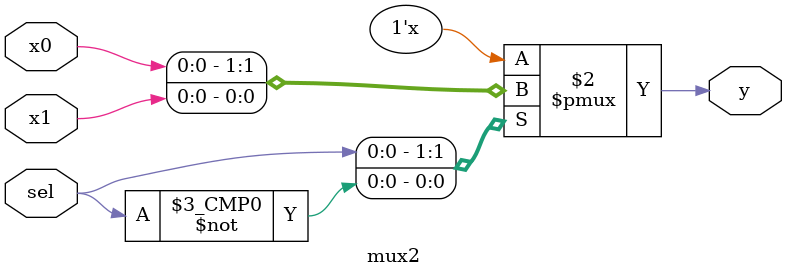
<source format=v>
module mux2(sel, y, x0, x1);
    input sel;
    input x0, x1;
    output y;
    reg y;

always @(x0 or x1 or sel)
begin
    case (sel)
        1'b1: y = x0;
        1'b0: y = x1;
    endcase
end

endmodule

</source>
